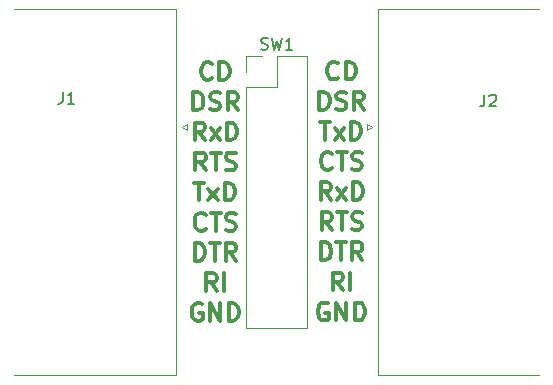
<source format=gto>
G04 #@! TF.GenerationSoftware,KiCad,Pcbnew,5.0.2-bee76a0~70~ubuntu16.04.1*
G04 #@! TF.CreationDate,2020-10-10T12:37:23+02:00*
G04 #@! TF.ProjectId,SerialBlocker,53657269-616c-4426-9c6f-636b65722e6b,rev?*
G04 #@! TF.SameCoordinates,Original*
G04 #@! TF.FileFunction,Legend,Top*
G04 #@! TF.FilePolarity,Positive*
%FSLAX46Y46*%
G04 Gerber Fmt 4.6, Leading zero omitted, Abs format (unit mm)*
G04 Created by KiCad (PCBNEW 5.0.2-bee76a0~70~ubuntu16.04.1) date lör 10 okt 2020 12:37:23*
%MOMM*%
%LPD*%
G01*
G04 APERTURE LIST*
%ADD10C,0.300000*%
%ADD11C,0.120000*%
%ADD12C,0.150000*%
G04 APERTURE END LIST*
D10*
X146462785Y-45847414D02*
X146391357Y-45918842D01*
X146177071Y-45990271D01*
X146034214Y-45990271D01*
X145819928Y-45918842D01*
X145677071Y-45775985D01*
X145605642Y-45633128D01*
X145534214Y-45347414D01*
X145534214Y-45133128D01*
X145605642Y-44847414D01*
X145677071Y-44704557D01*
X145819928Y-44561700D01*
X146034214Y-44490271D01*
X146177071Y-44490271D01*
X146391357Y-44561700D01*
X146462785Y-44633128D01*
X147105642Y-45990271D02*
X147105642Y-44490271D01*
X147462785Y-44490271D01*
X147677071Y-44561700D01*
X147819928Y-44704557D01*
X147891357Y-44847414D01*
X147962785Y-45133128D01*
X147962785Y-45347414D01*
X147891357Y-45633128D01*
X147819928Y-45775985D01*
X147677071Y-45918842D01*
X147462785Y-45990271D01*
X147105642Y-45990271D01*
X144891357Y-48540271D02*
X144891357Y-47040271D01*
X145248500Y-47040271D01*
X145462785Y-47111700D01*
X145605642Y-47254557D01*
X145677071Y-47397414D01*
X145748500Y-47683128D01*
X145748500Y-47897414D01*
X145677071Y-48183128D01*
X145605642Y-48325985D01*
X145462785Y-48468842D01*
X145248500Y-48540271D01*
X144891357Y-48540271D01*
X146319928Y-48468842D02*
X146534214Y-48540271D01*
X146891357Y-48540271D01*
X147034214Y-48468842D01*
X147105642Y-48397414D01*
X147177071Y-48254557D01*
X147177071Y-48111700D01*
X147105642Y-47968842D01*
X147034214Y-47897414D01*
X146891357Y-47825985D01*
X146605642Y-47754557D01*
X146462785Y-47683128D01*
X146391357Y-47611700D01*
X146319928Y-47468842D01*
X146319928Y-47325985D01*
X146391357Y-47183128D01*
X146462785Y-47111700D01*
X146605642Y-47040271D01*
X146962785Y-47040271D01*
X147177071Y-47111700D01*
X148677071Y-48540271D02*
X148177071Y-47825985D01*
X147819928Y-48540271D02*
X147819928Y-47040271D01*
X148391357Y-47040271D01*
X148534214Y-47111700D01*
X148605642Y-47183128D01*
X148677071Y-47325985D01*
X148677071Y-47540271D01*
X148605642Y-47683128D01*
X148534214Y-47754557D01*
X148391357Y-47825985D01*
X147819928Y-47825985D01*
X144962785Y-49590271D02*
X145819928Y-49590271D01*
X145391357Y-51090271D02*
X145391357Y-49590271D01*
X146177071Y-51090271D02*
X146962785Y-50090271D01*
X146177071Y-50090271D02*
X146962785Y-51090271D01*
X147534214Y-51090271D02*
X147534214Y-49590271D01*
X147891357Y-49590271D01*
X148105642Y-49661700D01*
X148248500Y-49804557D01*
X148319928Y-49947414D01*
X148391357Y-50233128D01*
X148391357Y-50447414D01*
X148319928Y-50733128D01*
X148248500Y-50875985D01*
X148105642Y-51018842D01*
X147891357Y-51090271D01*
X147534214Y-51090271D01*
X145927071Y-53497414D02*
X145855642Y-53568842D01*
X145641357Y-53640271D01*
X145498500Y-53640271D01*
X145284214Y-53568842D01*
X145141357Y-53425985D01*
X145069928Y-53283128D01*
X144998500Y-52997414D01*
X144998500Y-52783128D01*
X145069928Y-52497414D01*
X145141357Y-52354557D01*
X145284214Y-52211700D01*
X145498500Y-52140271D01*
X145641357Y-52140271D01*
X145855642Y-52211700D01*
X145927071Y-52283128D01*
X146355642Y-52140271D02*
X147212785Y-52140271D01*
X146784214Y-53640271D02*
X146784214Y-52140271D01*
X147641357Y-53568842D02*
X147855642Y-53640271D01*
X148212785Y-53640271D01*
X148355642Y-53568842D01*
X148427071Y-53497414D01*
X148498500Y-53354557D01*
X148498500Y-53211700D01*
X148427071Y-53068842D01*
X148355642Y-52997414D01*
X148212785Y-52925985D01*
X147927071Y-52854557D01*
X147784214Y-52783128D01*
X147712785Y-52711700D01*
X147641357Y-52568842D01*
X147641357Y-52425985D01*
X147712785Y-52283128D01*
X147784214Y-52211700D01*
X147927071Y-52140271D01*
X148284214Y-52140271D01*
X148498500Y-52211700D01*
X145855642Y-56190271D02*
X145355642Y-55475985D01*
X144998500Y-56190271D02*
X144998500Y-54690271D01*
X145569928Y-54690271D01*
X145712785Y-54761700D01*
X145784214Y-54833128D01*
X145855642Y-54975985D01*
X145855642Y-55190271D01*
X145784214Y-55333128D01*
X145712785Y-55404557D01*
X145569928Y-55475985D01*
X144998500Y-55475985D01*
X146355642Y-56190271D02*
X147141357Y-55190271D01*
X146355642Y-55190271D02*
X147141357Y-56190271D01*
X147712785Y-56190271D02*
X147712785Y-54690271D01*
X148069928Y-54690271D01*
X148284214Y-54761700D01*
X148427071Y-54904557D01*
X148498500Y-55047414D01*
X148569928Y-55333128D01*
X148569928Y-55547414D01*
X148498500Y-55833128D01*
X148427071Y-55975985D01*
X148284214Y-56118842D01*
X148069928Y-56190271D01*
X147712785Y-56190271D01*
X145927071Y-58740271D02*
X145427071Y-58025985D01*
X145069928Y-58740271D02*
X145069928Y-57240271D01*
X145641357Y-57240271D01*
X145784214Y-57311700D01*
X145855642Y-57383128D01*
X145927071Y-57525985D01*
X145927071Y-57740271D01*
X145855642Y-57883128D01*
X145784214Y-57954557D01*
X145641357Y-58025985D01*
X145069928Y-58025985D01*
X146355642Y-57240271D02*
X147212785Y-57240271D01*
X146784214Y-58740271D02*
X146784214Y-57240271D01*
X147641357Y-58668842D02*
X147855642Y-58740271D01*
X148212785Y-58740271D01*
X148355642Y-58668842D01*
X148427071Y-58597414D01*
X148498500Y-58454557D01*
X148498500Y-58311700D01*
X148427071Y-58168842D01*
X148355642Y-58097414D01*
X148212785Y-58025985D01*
X147927071Y-57954557D01*
X147784214Y-57883128D01*
X147712785Y-57811700D01*
X147641357Y-57668842D01*
X147641357Y-57525985D01*
X147712785Y-57383128D01*
X147784214Y-57311700D01*
X147927071Y-57240271D01*
X148284214Y-57240271D01*
X148498500Y-57311700D01*
X145034214Y-61290271D02*
X145034214Y-59790271D01*
X145391357Y-59790271D01*
X145605642Y-59861700D01*
X145748500Y-60004557D01*
X145819928Y-60147414D01*
X145891357Y-60433128D01*
X145891357Y-60647414D01*
X145819928Y-60933128D01*
X145748500Y-61075985D01*
X145605642Y-61218842D01*
X145391357Y-61290271D01*
X145034214Y-61290271D01*
X146319928Y-59790271D02*
X147177071Y-59790271D01*
X146748500Y-61290271D02*
X146748500Y-59790271D01*
X148534214Y-61290271D02*
X148034214Y-60575985D01*
X147677071Y-61290271D02*
X147677071Y-59790271D01*
X148248500Y-59790271D01*
X148391357Y-59861700D01*
X148462785Y-59933128D01*
X148534214Y-60075985D01*
X148534214Y-60290271D01*
X148462785Y-60433128D01*
X148391357Y-60504557D01*
X148248500Y-60575985D01*
X147677071Y-60575985D01*
X146855642Y-63840271D02*
X146355642Y-63125985D01*
X145998500Y-63840271D02*
X145998500Y-62340271D01*
X146569928Y-62340271D01*
X146712785Y-62411700D01*
X146784214Y-62483128D01*
X146855642Y-62625985D01*
X146855642Y-62840271D01*
X146784214Y-62983128D01*
X146712785Y-63054557D01*
X146569928Y-63125985D01*
X145998500Y-63125985D01*
X147498500Y-63840271D02*
X147498500Y-62340271D01*
X145605642Y-64961700D02*
X145462785Y-64890271D01*
X145248500Y-64890271D01*
X145034214Y-64961700D01*
X144891357Y-65104557D01*
X144819928Y-65247414D01*
X144748500Y-65533128D01*
X144748500Y-65747414D01*
X144819928Y-66033128D01*
X144891357Y-66175985D01*
X145034214Y-66318842D01*
X145248500Y-66390271D01*
X145391357Y-66390271D01*
X145605642Y-66318842D01*
X145677071Y-66247414D01*
X145677071Y-65747414D01*
X145391357Y-65747414D01*
X146319928Y-66390271D02*
X146319928Y-64890271D01*
X147177071Y-66390271D01*
X147177071Y-64890271D01*
X147891357Y-66390271D02*
X147891357Y-64890271D01*
X148248500Y-64890271D01*
X148462785Y-64961700D01*
X148605642Y-65104557D01*
X148677071Y-65247414D01*
X148748500Y-65533128D01*
X148748500Y-65747414D01*
X148677071Y-66033128D01*
X148605642Y-66175985D01*
X148462785Y-66318842D01*
X148248500Y-66390271D01*
X147891357Y-66390271D01*
X135782085Y-45898214D02*
X135710657Y-45969642D01*
X135496371Y-46041071D01*
X135353514Y-46041071D01*
X135139228Y-45969642D01*
X134996371Y-45826785D01*
X134924942Y-45683928D01*
X134853514Y-45398214D01*
X134853514Y-45183928D01*
X134924942Y-44898214D01*
X134996371Y-44755357D01*
X135139228Y-44612500D01*
X135353514Y-44541071D01*
X135496371Y-44541071D01*
X135710657Y-44612500D01*
X135782085Y-44683928D01*
X136424942Y-46041071D02*
X136424942Y-44541071D01*
X136782085Y-44541071D01*
X136996371Y-44612500D01*
X137139228Y-44755357D01*
X137210657Y-44898214D01*
X137282085Y-45183928D01*
X137282085Y-45398214D01*
X137210657Y-45683928D01*
X137139228Y-45826785D01*
X136996371Y-45969642D01*
X136782085Y-46041071D01*
X136424942Y-46041071D01*
X134210657Y-48591071D02*
X134210657Y-47091071D01*
X134567800Y-47091071D01*
X134782085Y-47162500D01*
X134924942Y-47305357D01*
X134996371Y-47448214D01*
X135067800Y-47733928D01*
X135067800Y-47948214D01*
X134996371Y-48233928D01*
X134924942Y-48376785D01*
X134782085Y-48519642D01*
X134567800Y-48591071D01*
X134210657Y-48591071D01*
X135639228Y-48519642D02*
X135853514Y-48591071D01*
X136210657Y-48591071D01*
X136353514Y-48519642D01*
X136424942Y-48448214D01*
X136496371Y-48305357D01*
X136496371Y-48162500D01*
X136424942Y-48019642D01*
X136353514Y-47948214D01*
X136210657Y-47876785D01*
X135924942Y-47805357D01*
X135782085Y-47733928D01*
X135710657Y-47662500D01*
X135639228Y-47519642D01*
X135639228Y-47376785D01*
X135710657Y-47233928D01*
X135782085Y-47162500D01*
X135924942Y-47091071D01*
X136282085Y-47091071D01*
X136496371Y-47162500D01*
X137996371Y-48591071D02*
X137496371Y-47876785D01*
X137139228Y-48591071D02*
X137139228Y-47091071D01*
X137710657Y-47091071D01*
X137853514Y-47162500D01*
X137924942Y-47233928D01*
X137996371Y-47376785D01*
X137996371Y-47591071D01*
X137924942Y-47733928D01*
X137853514Y-47805357D01*
X137710657Y-47876785D01*
X137139228Y-47876785D01*
X135174942Y-51141071D02*
X134674942Y-50426785D01*
X134317800Y-51141071D02*
X134317800Y-49641071D01*
X134889228Y-49641071D01*
X135032085Y-49712500D01*
X135103514Y-49783928D01*
X135174942Y-49926785D01*
X135174942Y-50141071D01*
X135103514Y-50283928D01*
X135032085Y-50355357D01*
X134889228Y-50426785D01*
X134317800Y-50426785D01*
X135674942Y-51141071D02*
X136460657Y-50141071D01*
X135674942Y-50141071D02*
X136460657Y-51141071D01*
X137032085Y-51141071D02*
X137032085Y-49641071D01*
X137389228Y-49641071D01*
X137603514Y-49712500D01*
X137746371Y-49855357D01*
X137817800Y-49998214D01*
X137889228Y-50283928D01*
X137889228Y-50498214D01*
X137817800Y-50783928D01*
X137746371Y-50926785D01*
X137603514Y-51069642D01*
X137389228Y-51141071D01*
X137032085Y-51141071D01*
X135246371Y-53691071D02*
X134746371Y-52976785D01*
X134389228Y-53691071D02*
X134389228Y-52191071D01*
X134960657Y-52191071D01*
X135103514Y-52262500D01*
X135174942Y-52333928D01*
X135246371Y-52476785D01*
X135246371Y-52691071D01*
X135174942Y-52833928D01*
X135103514Y-52905357D01*
X134960657Y-52976785D01*
X134389228Y-52976785D01*
X135674942Y-52191071D02*
X136532085Y-52191071D01*
X136103514Y-53691071D02*
X136103514Y-52191071D01*
X136960657Y-53619642D02*
X137174942Y-53691071D01*
X137532085Y-53691071D01*
X137674942Y-53619642D01*
X137746371Y-53548214D01*
X137817800Y-53405357D01*
X137817800Y-53262500D01*
X137746371Y-53119642D01*
X137674942Y-53048214D01*
X137532085Y-52976785D01*
X137246371Y-52905357D01*
X137103514Y-52833928D01*
X137032085Y-52762500D01*
X136960657Y-52619642D01*
X136960657Y-52476785D01*
X137032085Y-52333928D01*
X137103514Y-52262500D01*
X137246371Y-52191071D01*
X137603514Y-52191071D01*
X137817800Y-52262500D01*
X134282085Y-54741071D02*
X135139228Y-54741071D01*
X134710657Y-56241071D02*
X134710657Y-54741071D01*
X135496371Y-56241071D02*
X136282085Y-55241071D01*
X135496371Y-55241071D02*
X136282085Y-56241071D01*
X136853514Y-56241071D02*
X136853514Y-54741071D01*
X137210657Y-54741071D01*
X137424942Y-54812500D01*
X137567800Y-54955357D01*
X137639228Y-55098214D01*
X137710657Y-55383928D01*
X137710657Y-55598214D01*
X137639228Y-55883928D01*
X137567800Y-56026785D01*
X137424942Y-56169642D01*
X137210657Y-56241071D01*
X136853514Y-56241071D01*
X135246371Y-58648214D02*
X135174942Y-58719642D01*
X134960657Y-58791071D01*
X134817800Y-58791071D01*
X134603514Y-58719642D01*
X134460657Y-58576785D01*
X134389228Y-58433928D01*
X134317800Y-58148214D01*
X134317800Y-57933928D01*
X134389228Y-57648214D01*
X134460657Y-57505357D01*
X134603514Y-57362500D01*
X134817800Y-57291071D01*
X134960657Y-57291071D01*
X135174942Y-57362500D01*
X135246371Y-57433928D01*
X135674942Y-57291071D02*
X136532085Y-57291071D01*
X136103514Y-58791071D02*
X136103514Y-57291071D01*
X136960657Y-58719642D02*
X137174942Y-58791071D01*
X137532085Y-58791071D01*
X137674942Y-58719642D01*
X137746371Y-58648214D01*
X137817800Y-58505357D01*
X137817800Y-58362500D01*
X137746371Y-58219642D01*
X137674942Y-58148214D01*
X137532085Y-58076785D01*
X137246371Y-58005357D01*
X137103514Y-57933928D01*
X137032085Y-57862500D01*
X136960657Y-57719642D01*
X136960657Y-57576785D01*
X137032085Y-57433928D01*
X137103514Y-57362500D01*
X137246371Y-57291071D01*
X137603514Y-57291071D01*
X137817800Y-57362500D01*
X134353514Y-61341071D02*
X134353514Y-59841071D01*
X134710657Y-59841071D01*
X134924942Y-59912500D01*
X135067800Y-60055357D01*
X135139228Y-60198214D01*
X135210657Y-60483928D01*
X135210657Y-60698214D01*
X135139228Y-60983928D01*
X135067800Y-61126785D01*
X134924942Y-61269642D01*
X134710657Y-61341071D01*
X134353514Y-61341071D01*
X135639228Y-59841071D02*
X136496371Y-59841071D01*
X136067800Y-61341071D02*
X136067800Y-59841071D01*
X137853514Y-61341071D02*
X137353514Y-60626785D01*
X136996371Y-61341071D02*
X136996371Y-59841071D01*
X137567800Y-59841071D01*
X137710657Y-59912500D01*
X137782085Y-59983928D01*
X137853514Y-60126785D01*
X137853514Y-60341071D01*
X137782085Y-60483928D01*
X137710657Y-60555357D01*
X137567800Y-60626785D01*
X136996371Y-60626785D01*
X136174942Y-63891071D02*
X135674942Y-63176785D01*
X135317800Y-63891071D02*
X135317800Y-62391071D01*
X135889228Y-62391071D01*
X136032085Y-62462500D01*
X136103514Y-62533928D01*
X136174942Y-62676785D01*
X136174942Y-62891071D01*
X136103514Y-63033928D01*
X136032085Y-63105357D01*
X135889228Y-63176785D01*
X135317800Y-63176785D01*
X136817800Y-63891071D02*
X136817800Y-62391071D01*
X134924942Y-65012500D02*
X134782085Y-64941071D01*
X134567800Y-64941071D01*
X134353514Y-65012500D01*
X134210657Y-65155357D01*
X134139228Y-65298214D01*
X134067800Y-65583928D01*
X134067800Y-65798214D01*
X134139228Y-66083928D01*
X134210657Y-66226785D01*
X134353514Y-66369642D01*
X134567800Y-66441071D01*
X134710657Y-66441071D01*
X134924942Y-66369642D01*
X134996371Y-66298214D01*
X134996371Y-65798214D01*
X134710657Y-65798214D01*
X135639228Y-66441071D02*
X135639228Y-64941071D01*
X136496371Y-66441071D01*
X136496371Y-64941071D01*
X137210657Y-66441071D02*
X137210657Y-64941071D01*
X137567800Y-64941071D01*
X137782085Y-65012500D01*
X137924942Y-65155357D01*
X137996371Y-65298214D01*
X138067800Y-65583928D01*
X138067800Y-65798214D01*
X137996371Y-66083928D01*
X137924942Y-66226785D01*
X137782085Y-66369642D01*
X137567800Y-66441071D01*
X137210657Y-66441071D01*
D11*
G04 #@! TO.C,SW1*
X138670000Y-67000000D02*
X143870000Y-67000000D01*
X138670000Y-46620000D02*
X138670000Y-67000000D01*
X143870000Y-44020000D02*
X143870000Y-67000000D01*
X138670000Y-46620000D02*
X141270000Y-46620000D01*
X141270000Y-46620000D02*
X141270000Y-44020000D01*
X141270000Y-44020000D02*
X143870000Y-44020000D01*
X138670000Y-45350000D02*
X138670000Y-44020000D01*
X138670000Y-44020000D02*
X140000000Y-44020000D01*
G04 #@! TO.C,J2*
X163520000Y-71025000D02*
X149840000Y-71025000D01*
X149840000Y-71025000D02*
X149840000Y-40055000D01*
X149840000Y-40055000D02*
X163520000Y-40055000D01*
X148945662Y-50250000D02*
X148945662Y-49750000D01*
X148945662Y-49750000D02*
X149378675Y-50000000D01*
X149378675Y-50000000D02*
X148945662Y-50250000D01*
G04 #@! TO.C,J1*
X119020000Y-40055000D02*
X132760000Y-40055000D01*
X132760000Y-40055000D02*
X132760000Y-71025000D01*
X132760000Y-71025000D02*
X119020000Y-71025000D01*
X133654338Y-49750000D02*
X133654338Y-50250000D01*
X133654338Y-50250000D02*
X133221325Y-50000000D01*
X133221325Y-50000000D02*
X133654338Y-49750000D01*
G04 #@! TO.C,SW1*
D12*
X139936666Y-43424761D02*
X140079523Y-43472380D01*
X140317619Y-43472380D01*
X140412857Y-43424761D01*
X140460476Y-43377142D01*
X140508095Y-43281904D01*
X140508095Y-43186666D01*
X140460476Y-43091428D01*
X140412857Y-43043809D01*
X140317619Y-42996190D01*
X140127142Y-42948571D01*
X140031904Y-42900952D01*
X139984285Y-42853333D01*
X139936666Y-42758095D01*
X139936666Y-42662857D01*
X139984285Y-42567619D01*
X140031904Y-42520000D01*
X140127142Y-42472380D01*
X140365238Y-42472380D01*
X140508095Y-42520000D01*
X140841428Y-42472380D02*
X141079523Y-43472380D01*
X141270000Y-42758095D01*
X141460476Y-43472380D01*
X141698571Y-42472380D01*
X142603333Y-43472380D02*
X142031904Y-43472380D01*
X142317619Y-43472380D02*
X142317619Y-42472380D01*
X142222380Y-42615238D01*
X142127142Y-42710476D01*
X142031904Y-42758095D01*
G04 #@! TO.C,J2*
X158848466Y-47267880D02*
X158848466Y-47982166D01*
X158800847Y-48125023D01*
X158705609Y-48220261D01*
X158562752Y-48267880D01*
X158467514Y-48267880D01*
X159277038Y-47363119D02*
X159324657Y-47315500D01*
X159419895Y-47267880D01*
X159657990Y-47267880D01*
X159753228Y-47315500D01*
X159800847Y-47363119D01*
X159848466Y-47458357D01*
X159848466Y-47553595D01*
X159800847Y-47696452D01*
X159229419Y-48267880D01*
X159848466Y-48267880D01*
G04 #@! TO.C,J1*
X123148766Y-47064680D02*
X123148766Y-47778966D01*
X123101147Y-47921823D01*
X123005909Y-48017061D01*
X122863052Y-48064680D01*
X122767814Y-48064680D01*
X124148766Y-48064680D02*
X123577338Y-48064680D01*
X123863052Y-48064680D02*
X123863052Y-47064680D01*
X123767814Y-47207538D01*
X123672576Y-47302776D01*
X123577338Y-47350395D01*
G04 #@! TD*
M02*

</source>
